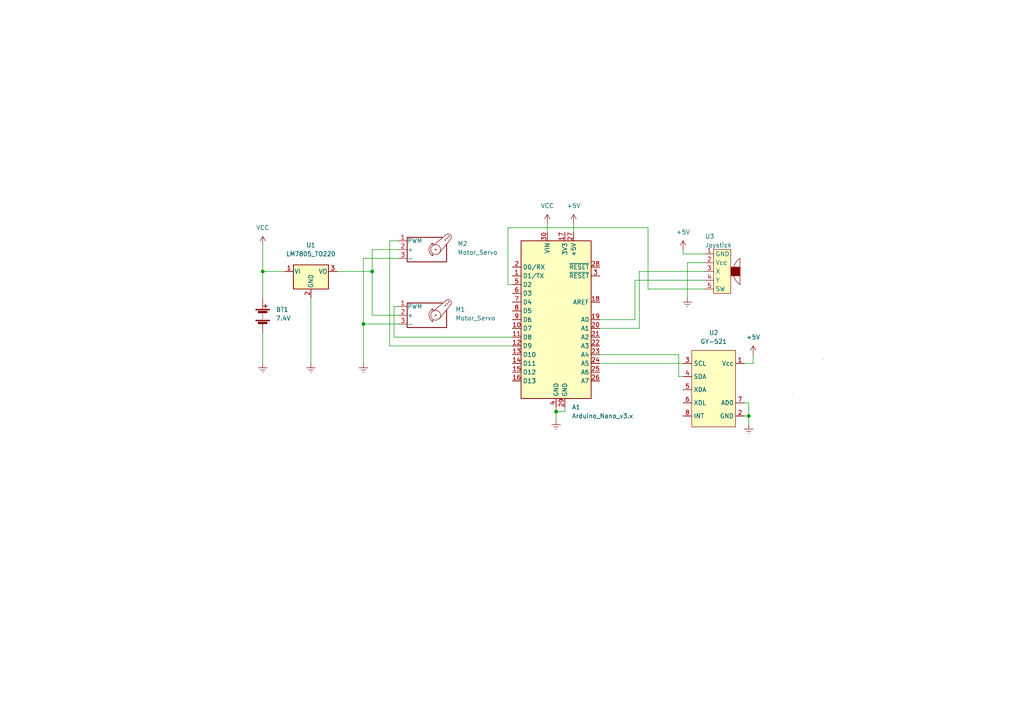
<source format=kicad_sch>
(kicad_sch (version 20211123) (generator eeschema)
  (paper "A4")
  (title_block (title "Estabilizador de dois eixos") (date "2022-03-28") (rev "0") (company "UTFPR"))
  (lib_symbols
    (symbol "Device:Battery" (pin_numbers hide) (pin_names (offset 0) hide)
      (property "Reference" "BT" (at 2.54 2.54 0))
      (property "Value" "Battery" (at 2.54 0 0))
      (symbol "Battery_0_1"
        (rectangle (start -2.032 -1.397) (end 2.032 -1.651) (fill (type outline)))
        (rectangle (start -2.032 1.778) (end 2.032 1.524) (fill (type outline)))
        (rectangle (start -1.3208 -1.9812) (end 1.27 -2.4892) (fill (type outline)))
        (rectangle (start -1.3208 1.1938) (end 1.27 0.6858) (fill (type outline)))
        (polyline (pts (xy 0 -1.524) (xy 0 -1.27)))
        (polyline (pts (xy 0 -1.016) (xy 0 -0.762)))
        (polyline (pts (xy 0 -0.508) (xy 0 -0.254)))
        (polyline (pts (xy 0 0) (xy 0 0.254)))
        (polyline (pts (xy 0 0.508) (xy 0 0.762)))
        (polyline (pts (xy 0 1.778) (xy 0 2.54)))
        (polyline (pts (xy 0.254 2.667) (xy 1.27 2.667)) (stroke (width 0.254)))
        (polyline (pts (xy 0.762 3.175) (xy 0.762 2.159)) (stroke (width 0.254)))
      )
      (symbol "Battery_1_1"
        (pin passive line (at 0 5.08 270) (length 2.54) (name "+") (number "1"))
        (pin passive line (at 0 -5.08 90) (length 2.54) (name "-") (number "2"))
      )
    )
    (symbol "MCU_Module:Arduino_Nano_v3.x"
      (property "Reference" "A" (at -10.16 23.495 0))
      (property "Value" "Arduino_Nano_v3.x" (at 5.08 -24.13 0))
      (symbol "Arduino_Nano_v3.x_0_1"
        (rectangle (start -10.16 22.86) (end 10.16 -22.86) (stroke (width 0.254)) (fill (type background)))
      )
      (symbol "Arduino_Nano_v3.x_1_1"
        (pin bidirectional line (at -12.7 12.7 0) (length 2.54) (name "D1/TX") (number "1"))
        (pin bidirectional line (at -12.7 -2.54 0) (length 2.54) (name "D7") (number "10"))
        (pin bidirectional line (at -12.7 -5.08 0) (length 2.54) (name "D8") (number "11"))
        (pin bidirectional line (at -12.7 -7.62 0) (length 2.54) (name "D9") (number "12"))
        (pin bidirectional line (at -12.7 -10.16 0) (length 2.54) (name "D10") (number "13"))
        (pin bidirectional line (at -12.7 -12.7 0) (length 2.54) (name "D11") (number "14"))
        (pin bidirectional line (at -12.7 -15.24 0) (length 2.54) (name "D12") (number "15"))
        (pin bidirectional line (at -12.7 -17.78 0) (length 2.54) (name "D13") (number "16"))
        (pin power_out line (at 2.54 25.4 270) (length 2.54) (name "3V3") (number "17"))
        (pin input line (at 12.7 5.08 180) (length 2.54) (name "AREF") (number "18"))
        (pin bidirectional line (at 12.7 0 180) (length 2.54) (name "A0") (number "19"))
        (pin bidirectional line (at -12.7 15.24 0) (length 2.54) (name "D0/RX") (number "2"))
        (pin bidirectional line (at 12.7 -2.54 180) (length 2.54) (name "A1") (number "20"))
        (pin bidirectional line (at 12.7 -5.08 180) (length 2.54) (name "A2") (number "21"))
        (pin bidirectional line (at 12.7 -7.62 180) (length 2.54) (name "A3") (number "22"))
        (pin bidirectional line (at 12.7 -10.16 180) (length 2.54) (name "A4") (number "23"))
        (pin bidirectional line (at 12.7 -12.7 180) (length 2.54) (name "A5") (number "24"))
        (pin bidirectional line (at 12.7 -15.24 180) (length 2.54) (name "A6") (number "25"))
        (pin bidirectional line (at 12.7 -17.78 180) (length 2.54) (name "A7") (number "26"))
        (pin power_out line (at 5.08 25.4 270) (length 2.54) (name "+5V") (number "27"))
        (pin input line (at 12.7 15.24 180) (length 2.54) (name "~{RESET}") (number "28"))
        (pin power_in line (at 2.54 -25.4 90) (length 2.54) (name "GND") (number "29"))
        (pin input line (at 12.7 12.7 180) (length 2.54) (name "~{RESET}") (number "3"))
        (pin power_in line (at -2.54 25.4 270) (length 2.54) (name "VIN") (number "30"))
        (pin power_in line (at 0 -25.4 90) (length 2.54) (name "GND") (number "4"))
        (pin bidirectional line (at -12.7 10.16 0) (length 2.54) (name "D2") (number "5"))
        (pin bidirectional line (at -12.7 7.62 0) (length 2.54) (name "D3") (number "6"))
        (pin bidirectional line (at -12.7 5.08 0) (length 2.54) (name "D4") (number "7"))
        (pin bidirectional line (at -12.7 2.54 0) (length 2.54) (name "D5") (number "8"))
        (pin bidirectional line (at -12.7 0 0) (length 2.54) (name "D6") (number "9"))
      )
    )
    (symbol "Motor:Motor_Servo" (pin_names (offset 0.0254))
      (property "Reference" "M" (at -5.08 4.445 0))
      (property "Value" "Motor_Servo" (at -5.08 -4.064 0))
      (symbol "Motor_Servo_0_1"
        (polyline (pts (xy 2.413 -1.778) (xy 2.032 -1.778)))
        (polyline (pts (xy 2.413 -1.778) (xy 2.286 -1.397)))
        (polyline (pts (xy 2.413 1.778) (xy 1.905 1.778)))
        (polyline (pts (xy 2.413 1.778) (xy 2.286 1.397)))
        (polyline (pts (xy 6.35 4.445) (xy 2.54 1.27)))
        (polyline (pts (xy 7.62 3.175) (xy 4.191 -1.016)))
        (polyline (pts (xy 5.08 3.556) (xy -5.08 3.556) (xy -5.08 -3.556) (xy 6.35 -3.556) (xy 6.35 1.524)) (stroke (width 0.254)))
        (arc (start 2.413 1.778) (mid 1.2406 0) (end 2.413 -1.778))
        (circle (center 3.175 0) (radius 0.1778))
        (circle (center 3.175 0) (radius 1.4224))
        (circle (center 5.969 2.794) (radius 0.127))
        (circle (center 6.477 3.302) (radius 0.127))
        (circle (center 6.985 3.81) (radius 0.127))
        (arc (start 7.62 3.175) (mid 7.4485 4.2735) (end 6.35 4.445))
      )
      (symbol "Motor_Servo_1_1"
        (pin passive line (at -7.62 2.54 0) (length 2.54) (name "PWM") (number "1"))
        (pin passive line (at -7.62 0 0) (length 2.54) (name "+") (number "2"))
        (pin passive line (at -7.62 -2.54 0) (length 2.54) (name "-") (number "3"))
      )
    )
    (symbol "Regulator_Linear:LM7805_TO220" (pin_names (offset 0.254))
      (property "Reference" "U" (at -3.81 3.175 0))
      (property "Value" "LM7805_TO220" (at 0 3.175 0))
      (symbol "LM7805_TO220_0_1"
        (rectangle (start -5.08 1.905) (end 5.08 -5.08) (stroke (width 0.254)) (fill (type background)))
      )
      (symbol "LM7805_TO220_1_1"
        (pin power_in line (at -7.62 0 0) (length 2.54) (name "VI") (number "1"))
        (pin power_in line (at 0 -7.62 90) (length 2.54) (name "GND") (number "2"))
        (pin power_out line (at 7.62 0 180) (length 2.54) (name "VO") (number "3"))
      )
    )
    (symbol "gimbal:GY-521"
      (property "Reference" "U" (at 0 3.81 0))
      (property "Value" "GY-521" (at 0 1.27 0))
      (symbol "GY-521_0_1"
        (rectangle (start 6.35 -22.225) (end -6.35 0) (fill (type background)))
        (rectangle (start 22.86 -12.7) (end 22.86 -12.7))
        (rectangle (start 31.75 -2.54) (end 31.75 -2.54))
      )
      (symbol "GY-521_1_1"
        (pin power_in line (at 8.89 -3.81 180) (length 2.54) (name "Vcc") (number "1"))
        (pin power_in line (at 8.89 -19.05 180) (length 2.54) (name "GND") (number "2"))
        (pin input line (at -8.89 -3.81 0) (length 2.54) (name "SCL") (number "3"))
        (pin bidirectional line (at -8.89 -7.62 0) (length 2.54) (name "SDA") (number "4"))
        (pin unspecified line (at -8.89 -11.43 0) (length 2.54) (name "XDA") (number "5"))
        (pin unspecified line (at -8.89 -15.24 0) (length 2.54) (name "XDL") (number "6"))
        (pin input line (at 8.89 -15.24 180) (length 2.54) (name "AD0") (number "7"))
        (pin output line (at -8.89 -19.05 0) (length 2.54) (name "INT") (number "8"))
      )
    )
    (symbol "gimbal:Joystick"
      (property "Reference" "U" (at 5.08 5.588 0))
      (property "Value" "Joystick" (at 5.08 3.302 0))
      (symbol "Joystick_0_1"
        (polyline (pts (xy 10.16 -8.89) (xy 10.16 -1.27)))
        (rectangle (start 2.54 1.27) (end 7.493 -11.43) (fill (type background)))
        (rectangle (start 7.62 -3.81) (end 10.16 -6.35) (fill (type outline)))
        (arc (start 10.1852 -1.27) (mid 3.0269 -5.08) (end 10.1852 -8.89))
      )
      (symbol "Joystick_1_1"
        (pin power_in line (at 0 0 0) (length 2.54) (name "GND") (number "1"))
        (pin power_in line (at 0 -2.54 0) (length 2.54) (name "Vcc") (number "2"))
        (pin output line (at 0 -5.08 0) (length 2.54) (name "X") (number "3"))
        (pin output line (at 0 -7.62 0) (length 2.54) (name "Y") (number "4"))
        (pin output line (at 0 -10.16 0) (length 2.54) (name "SW") (number "5"))
      )
    )
    (symbol "power:+5V" (power) (pin_names (offset 0))
      (property "Value" "+5V" (at 0 3.556 0))
      (symbol "+5V_0_1"
        (polyline (pts (xy -0.762 1.27) (xy 0 2.54)))
        (polyline (pts (xy 0 0) (xy 0 2.54)))
        (polyline (pts (xy 0 2.54) (xy 0.762 1.27)))
      )
      (symbol "+5V_1_1"
        (pin power_in line (at 0 0 90) (length 0) hide (name "+5V") (number "1"))
      )
    )
    (symbol "power:Earth" (power) (pin_names (offset 0))
      (symbol "Earth_0_1"
        (polyline (pts (xy -0.635 -1.905) (xy 0.635 -1.905)))
        (polyline (pts (xy -0.127 -2.54) (xy 0.127 -2.54)))
        (polyline (pts (xy 0 -1.27) (xy 0 0)))
        (polyline (pts (xy 1.27 -1.27) (xy -1.27 -1.27)))
      )
      (symbol "Earth_1_1"
        (pin power_in line (at 0 0 270) (length 0) hide (name "Earth") (number "1"))
      )
    )
    (symbol "power:VCC" (power) (pin_names (offset 0))
      (property "Value" "VCC" (at 0 3.81 0))
      (symbol "VCC_0_1"
        (polyline (pts (xy -0.762 1.27) (xy 0 2.54)))
        (polyline (pts (xy 0 0) (xy 0 2.54)))
        (polyline (pts (xy 0 2.54) (xy 0.762 1.27)))
      )
      (symbol "VCC_1_1"
        (pin power_in line (at 0 0 90) (length 0) hide (name "VCC") (number "1"))
      )
    )
  )
  (junction (at 161.29 119.38))
  (junction (at 107.95 78.74))
  (junction (at 76.2 78.74))
  (junction (at 105.41 93.98))
  (junction (at 217.17 120.65))
  (wire (pts (xy 105.41 93.98) (xy 115.57 93.98)))
  (wire (pts (xy 105.41 74.93) (xy 115.57 74.93)))
  (wire (pts (xy 105.41 105.41) (xy 105.41 93.98)))
  (wire (pts (xy 114.3 97.79) (xy 114.3 88.9)))
  (wire (pts (xy 185.42 78.74) (xy 185.42 95.25)))
  (wire (pts (xy 215.9 120.65) (xy 217.17 120.65)))
  (wire (pts (xy 76.2 78.74) (xy 76.2 86.36)))
  (wire (pts (xy 147.32 82.55) (xy 147.32 66.04)))
  (wire (pts (xy 217.17 120.65) (xy 217.17 116.84)))
  (wire (pts (xy 113.03 69.85) (xy 115.57 69.85)))
  (wire (pts (xy 148.59 82.55) (xy 147.32 82.55)))
  (wire (pts (xy 163.83 119.38) (xy 163.83 118.11)))
  (wire (pts (xy 76.2 96.52) (xy 76.2 105.41)))
  (wire (pts (xy 161.29 118.11) (xy 161.29 119.38)))
  (wire (pts (xy 115.57 72.39) (xy 107.95 72.39)))
  (wire (pts (xy 196.85 109.22) (xy 196.85 102.87)))
  (wire (pts (xy 107.95 91.44) (xy 115.57 91.44)))
  (wire (pts (xy 107.95 78.74) (xy 107.95 91.44)))
  (wire (pts (xy 199.39 76.2) (xy 199.39 86.36)))
  (wire (pts (xy 173.99 105.41) (xy 198.12 105.41)))
  (wire (pts (xy 173.99 95.25) (xy 185.42 95.25)))
  (wire (pts (xy 198.12 72.39) (xy 198.12 73.66)))
  (wire (pts (xy 218.44 105.41) (xy 218.44 102.87)))
  (wire (pts (xy 76.2 78.74) (xy 82.55 78.74)))
  (wire (pts (xy 107.95 72.39) (xy 107.95 78.74)))
  (wire (pts (xy 173.99 92.71) (xy 184.15 92.71)))
  (wire (pts (xy 158.75 64.77) (xy 158.75 67.31)))
  (wire (pts (xy 215.9 105.41) (xy 218.44 105.41)))
  (wire (pts (xy 161.29 119.38) (xy 163.83 119.38)))
  (wire (pts (xy 114.3 88.9) (xy 115.57 88.9)))
  (wire (pts (xy 204.47 76.2) (xy 199.39 76.2)))
  (wire (pts (xy 187.96 66.04) (xy 187.96 83.82)))
  (wire (pts (xy 147.32 66.04) (xy 187.96 66.04)))
  (wire (pts (xy 196.85 102.87) (xy 173.99 102.87)))
  (wire (pts (xy 185.42 78.74) (xy 204.47 78.74)))
  (wire (pts (xy 148.59 97.79) (xy 114.3 97.79)))
  (wire (pts (xy 161.29 119.38) (xy 161.29 121.92)))
  (wire (pts (xy 105.41 93.98) (xy 105.41 74.93)))
  (wire (pts (xy 148.59 100.33) (xy 113.03 100.33)))
  (wire (pts (xy 217.17 123.19) (xy 217.17 120.65)))
  (wire (pts (xy 204.47 81.28) (xy 184.15 81.28)))
  (wire (pts (xy 166.37 64.77) (xy 166.37 67.31)))
  (wire (pts (xy 90.17 86.36) (xy 90.17 105.41)))
  (wire (pts (xy 76.2 71.12) (xy 76.2 78.74)))
  (wire (pts (xy 198.12 73.66) (xy 204.47 73.66)))
  (wire (pts (xy 198.12 109.22) (xy 196.85 109.22)))
  (wire (pts (xy 187.96 83.82) (xy 204.47 83.82)))
  (wire (pts (xy 97.79 78.74) (xy 107.95 78.74)))
  (wire (pts (xy 113.03 100.33) (xy 113.03 69.85)))
  (wire (pts (xy 217.17 116.84) (xy 215.9 116.84)))
  (wire (pts (xy 184.15 81.28) (xy 184.15 92.71)))
  (symbol (lib_id "power:VCC") (at 158.75 64.77 0) (unit 1)
    (property "Reference" "#PWR05" (effects hide))
    (property "Value" "VCC" (at 158.75 59.69 0))
  )
  (symbol (lib_id "gimbal:Joystick") (at 204.47 73.66 0) (unit 1)
    (property "Reference" "U3" (at 204.47 68.58 0) (effects (justify left)))
    (property "Value" "Joystick" (at 204.47 71.12 0) (effects (justify left)))
    (property "Footprint" "Connector_PinHeader_2.54mm:PinHeader_1x05_P2.54mm_Vertical" (effects hide))
  )
  (symbol (lib_id "power:Earth") (at 217.17 123.19 0) (unit 1)
    (property "Reference" "#PWR011" (effects hide))
    (property "Value" "Earth" (effects hide))
  )
  (symbol (lib_id "Device:Battery") (at 76.2 91.44 0) (unit 1)
    (property "Reference" "BT1" (at 80.01 89.7889 0) (effects (justify left)))
    (property "Value" "7.4V" (at 80.01 92.3289 0) (effects (justify left)))
    (property "Footprint" "Connector_PinHeader_2.54mm:PinHeader_1x02_P2.54mm_Vertical" (effects hide))
  )
  (symbol (lib_id "MCU_Module:Arduino_Nano_v3.x") (at 161.29 92.71 0) (unit 1)
    (property "Reference" "A1" (at 165.8494 118.11 0) (effects (justify left)))
    (property "Value" "Arduino_Nano_v3.x" (at 165.8494 120.65 0) (effects (justify left)))
    (property "Footprint" "Module:Arduino_Nano" (effects hide))
    (property "Datasheet" "http://www.mouser.com/pdfdocs/Gravitech_Arduino_Nano3_0.pdf" (effects hide))
  )
  (symbol (lib_id "gimbal:GY-521") (at 207.01 101.6 0) (unit 1)
    (property "Reference" "U2" (at 207.01 96.52 0))
    (property "Value" "GY-521" (at 207.01 99.06 0))
    (property "Footprint" "Connector_PinSocket_2.54mm:PinSocket_1x08_P2.54mm_Vertical" (effects hide))
  )
  (symbol (lib_id "Motor:Motor_Servo") (at 123.19 91.44 0) (unit 1)
    (property "Reference" "M1" (at 132.08 89.7365 0) (effects (justify left)))
    (property "Value" "Motor_Servo" (at 132.08 92.2765 0) (effects (justify left)))
    (property "Footprint" "Connector_PinHeader_2.54mm:PinHeader_1x03_P2.54mm_Vertical" (effects hide))
    (property "Datasheet" "http://forums.parallax.com/uploads/attachments/46831/74481.png" (effects hide))
  )
  (symbol (lib_id "Motor:Motor_Servo") (at 123.19 72.39 0) (unit 1)
    (property "Reference" "M2" (at 132.715 70.6865 0) (effects (justify left)))
    (property "Value" "Motor_Servo" (at 132.715 73.2265 0) (effects (justify left)))
    (property "Footprint" "Connector_PinHeader_2.54mm:PinHeader_1x03_P2.54mm_Vertical" (effects hide))
    (property "Datasheet" "http://forums.parallax.com/uploads/attachments/46831/74481.png" (effects hide))
  )
  (symbol (lib_id "power:Earth") (at 161.29 121.92 0) (unit 1)
    (property "Reference" "#PWR06" (effects hide))
    (property "Value" "Earth" (effects hide))
  )
  (symbol (lib_id "power:+5V") (at 218.44 102.87 0) (unit 1)
    (property "Reference" "#PWR010" (effects hide))
    (property "Value" "+5V" (at 218.44 97.79 0))
  )
  (symbol (lib_id "power:+5V") (at 198.12 72.39 0) (unit 1)
    (property "Reference" "#PWR08" (effects hide))
    (property "Value" "+5V" (at 198.12 67.31 0))
  )
  (symbol (lib_id "power:Earth") (at 105.41 105.41 0) (unit 1)
    (property "Reference" "#PWR04" (effects hide))
    (property "Value" "Earth" (effects hide))
  )
  (symbol (lib_id "power:+5V") (at 166.37 64.77 0) (unit 1)
    (property "Reference" "#PWR07" (effects hide))
    (property "Value" "+5V" (at 166.37 59.69 0))
  )
  (symbol (lib_id "power:Earth") (at 90.17 105.41 0) (unit 1)
    (property "Reference" "#PWR03" (effects hide))
    (property "Value" "Earth" (effects hide))
  )
  (symbol (lib_id "power:Earth") (at 199.39 86.36 0) (unit 1)
    (property "Reference" "#PWR09" (effects hide))
    (property "Value" "Earth" (effects hide))
  )
  (symbol (lib_id "Regulator_Linear:LM7805_TO220") (at 90.17 78.74 0) (unit 1)
    (property "Reference" "U1" (at 90.17 71.12 0))
    (property "Value" "LM7805_TO220" (at 90.17 73.66 0))
    (property "Footprint" "Package_TO_SOT_THT:TO-220-3_Vertical" (effects hide))
    (property "Datasheet" "https://www.onsemi.cn/PowerSolutions/document/MC7800-D.PDF" (effects hide))
  )
  (symbol (lib_id "power:VCC") (at 76.2 71.12 0) (unit 1)
    (property "Reference" "#PWR01" (effects hide))
    (property "Value" "VCC" (at 76.2 66.04 0))
  )
  (symbol (lib_id "power:Earth") (at 76.2 105.41 0) (unit 1)
    (property "Reference" "#PWR02" (effects hide))
    (property "Value" "Earth" (effects hide))
  )
)
</source>
